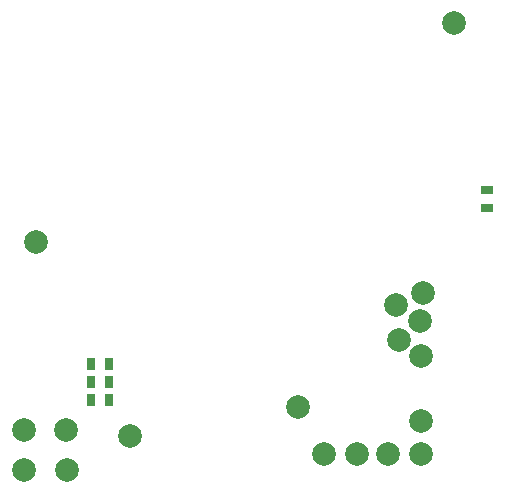
<source format=gbr>
G04 #@! TF.GenerationSoftware,KiCad,Pcbnew,(6.0.9-0)*
G04 #@! TF.CreationDate,2023-12-07T00:14:05+00:00*
G04 #@! TF.ProjectId,BalanceBoard,42616c61-6e63-4654-926f-6172642e6b69,rev?*
G04 #@! TF.SameCoordinates,Original*
G04 #@! TF.FileFunction,Paste,Top*
G04 #@! TF.FilePolarity,Positive*
%FSLAX46Y46*%
G04 Gerber Fmt 4.6, Leading zero omitted, Abs format (unit mm)*
G04 Created by KiCad (PCBNEW (6.0.9-0)) date 2023-12-07 00:14:05*
%MOMM*%
%LPD*%
G01*
G04 APERTURE LIST*
%ADD10R,0.700000X1.000000*%
%ADD11C,2.000000*%
%ADD12R,1.000000X0.700000*%
G04 APERTURE END LIST*
D10*
X33655000Y-164211000D03*
X35155000Y-164211000D03*
X33655000Y-162687000D03*
X35155000Y-162687000D03*
X33655000Y-165735000D03*
X35155000Y-165735000D03*
D11*
X31496000Y-168275000D03*
X31623000Y-171704000D03*
X27940000Y-171704000D03*
X27940000Y-168275000D03*
X58801000Y-170307000D03*
X61518800Y-159080200D03*
X64389000Y-133858000D03*
X36957000Y-168783000D03*
X59690000Y-160655000D03*
X56134000Y-170307000D03*
X61595000Y-162052000D03*
X53340000Y-170307000D03*
X61595000Y-170307000D03*
X28956000Y-152400000D03*
X51181000Y-166370000D03*
X61696600Y-156667200D03*
D12*
X67183000Y-149455000D03*
X67183000Y-147955000D03*
D11*
X59461400Y-157683200D03*
X61595000Y-167513000D03*
M02*

</source>
